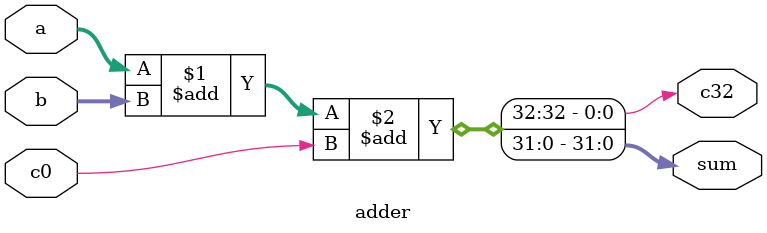
<source format=v>
module adder(input [31:0] a, b, 
		input c0, 
	output [31:0] sum, output c32);

assign {c32,sum}=a+b+c0;
endmodule



</source>
